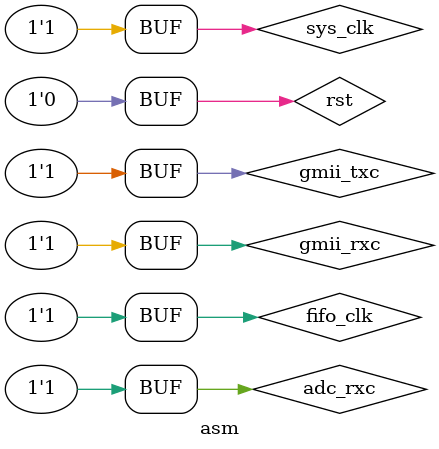
<source format=v>
module asm();

    reg gmii_txc, gmii_rxc, sys_clk, fifo_clk, adc_rxc;
    reg rst;
    wire [63:0] sol0, sol1, sol2, sol3, sol4, sol5, sol6, sol7;
    wire [63:0] sol8, sol9, solA, solB, solC, solD, solE, solF;
    wire [7:0] sos0, sos1, sos2, sos3, sos4, sos5, sos6, sos7;
    wire [7:0] sos8, sos9, sosA, sosB, sosC, sosD, sosE, sosF;
    wire sob0, sob1, sob2, sob3, sob4, sob5, sob6, sob7;
    wire sob8, sob9, sobA, sobB, sobC, sobD, sobE, sobF;
    wire cmd_make, cmd_done;

    reg [7:0] state, next_state;
    localparam IDLE = 8'h00, WAIT = 8'h01, WORK = 8'h02, CMD = 8'h03;
    assign cmd_make = (state == CMD);

    always @(posedge sys_clk) begin
        state <= next_state;
    end

    always @(*) begin
        case(state)
            IDLE: begin
                if(rst) next_state <= WAIT;
                else next_state <= IDLE;
            end
            WAIT: begin
                if(~rst) next_state <= WORK;
                else next_state <= WAIT;
            end
            WORK: begin
                next_state <= CMD;
            end
            CMD: begin
                if(cmd_done) next_state <= IDLE;
                else next_state <= CMD;
            end
            default: next_state <= IDLE;
        endcase
    end

    always begin
        gmii_txc <= 1'b0;
        #8;
        gmii_txc <= 1'b1;
        #8;
    end

    always begin
        gmii_rxc <= 1'b0;
        #8;
        gmii_rxc <= 1'b1;
        #8;
    end

    always begin
        sys_clk <= 1'b0;
        #20;
        sys_clk <= 1'b1;
        #20;
    end

    always begin
        fifo_clk <= 1'b0;
        #10;
        fifo_clk <= 1'b1;
        #10;
    end
    
    always begin
        adc_rxc <= 1'b0;
        #20000;
        adc_rxc <= 1'b1; 
        #5000;
    end

    initial begin
        rst <= 1'b0;
        #80;
        rst <= 1'b1;
        #100;
        rst <= 1'b0;
    end

    test 
    test_dut(
        .gmii_txc(gmii_txc),
        .gmii_rxc(gmii_rxc),
        .sys_clk(sys_clk),
        .fifo_clk(fifo_clk),
        .adc_rxc(adc_rxc),
        .cmd_make(cmd_make),
        .cmd_done(cmd_done),
        .rst(rst),
        .sol0(sol0),
        .sol1(sol1),
        .sol2(sol2),
        .sol3(sol3),
        .sol4(sol4),
        .sol5(sol5),
        .sol6(sol6),
        .sol7(sol7),
        .sol8(sol8),
        .sol9(sol9),
        .solA(solA),
        .solB(solB),
        .solC(solC),
        .solD(solD),
        .solE(solE),
        .solF(solF),
        .sos0(sos0),
        .sos1(sos1),
        .sos2(sos2),
        .sos3(sos3),
        .sos4(sos4),
        .sos5(sos5),
        .sos6(sos6),
        .sos7(sos7),
        .sos8(sos8),
        .sos9(sos9),
        .sosA(sosA),
        .sosB(sosB),
        .sosC(sosC),
        .sosD(sosD),
        .sosE(sosE),
        .sosF(sosF),
        .sob0(sob0),
        .sob1(sob1),
        .sob2(sob2),
        .sob3(sob3),
        .sob4(sob4),
        .sob5(sob5),
        .sob6(sob6),
        .sob7(sob7),
        .sob8(sob8),
        .sob9(sob9),
        .sobA(sobA),
        .sobB(sobB),
        .sobC(sobC),
        .sobD(sobD),
        .sobE(sobE),
        .sobF(sobF)
    );



endmodule
</source>
